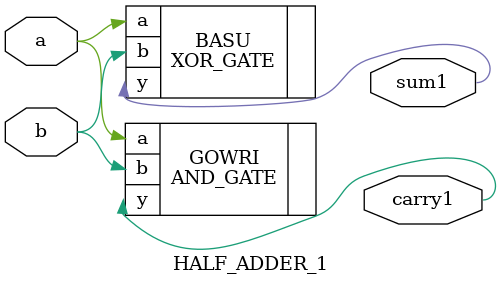
<source format=v>
module HALF_ADDER_1(a,b,sum1,carry1);
    input a,b;
    output sum1,carry1;

    //directions
    XOR_GATE BASU(.a(a),
                  .b(b),
                  .y(sum1)
                  );
    AND_GATE GOWRI(.a(a),
                  .b(b),
                  .y(carry1)
                  );
endmodule


</source>
